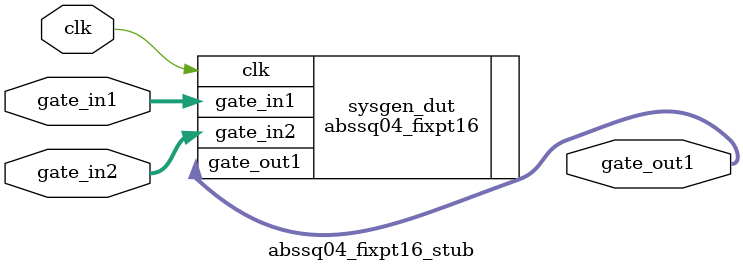
<source format=v>
`timescale 1 ns / 10 ps
module abssq04_fixpt16_stub (
  input [16-1:0] gate_in1,
  input [16-1:0] gate_in2,
  input clk,
  output [16-1:0] gate_out1
);
  abssq04_fixpt16 sysgen_dut (
    .gate_in1(gate_in1),
    .gate_in2(gate_in2),
    .clk(clk),
    .gate_out1(gate_out1)
  );
endmodule

</source>
